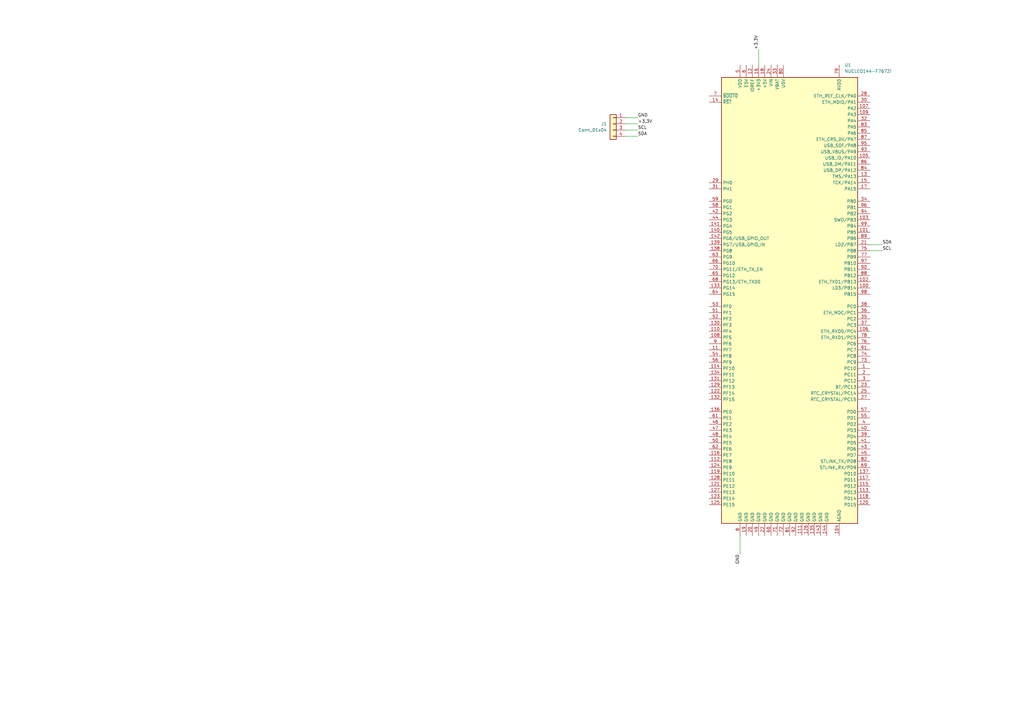
<source format=kicad_sch>
(kicad_sch (version 20231120) (generator "eeschema") (generator_version "8.0")
  (paper "A3")
  (lib_symbols
    (symbol "Connector_Generic:Conn_01x04" (pin_names (offset 1.016) hide)
      (property "Reference" "J" (at 0 5.08 0))
      (property "Value" "Conn_01x04" (at 0 -7.62 0))
      (symbol "Conn_01x04_1_1"
        (rectangle (start -1.27 -4.953) (end 0 -5.207) (stroke (width 0.1524)))
        (rectangle (start -1.27 -2.413) (end 0 -2.667) (stroke (width 0.1524)))
        (rectangle (start -1.27 0.127) (end 0 -0.127) (stroke (width 0.1524)))
        (rectangle (start -1.27 2.667) (end 0 2.413) (stroke (width 0.1524)))
        (rectangle (start -1.27 3.81) (end 1.27 -6.35) (stroke (width 0.254)) (fill (type background)))
        (pin passive line (at -5.08 2.54 0) (length 3.81) (name "Pin_1") (number "1"))
        (pin passive line (at -5.08 0 0) (length 3.81) (name "Pin_2") (number "2"))
        (pin passive line (at -5.08 -2.54 0) (length 3.81) (name "Pin_3") (number "3"))
        (pin passive line (at -5.08 -5.08 0) (length 3.81) (name "Pin_4") (number "4"))
      )
    )
    (symbol "MCU_Module:NUCLEO144-F767ZI"
      (property "Reference" "U" (at -22.86 94.615 0))
      (property "Value" "NUCLEO144-F767ZI" (at -22.86 92.71 0))
      (symbol "NUCLEO144-F767ZI_0_1"
        (rectangle (start -27.94 -91.44) (end 27.94 91.44) (stroke (width 0.254)) (fill (type background)))
      )
      (symbol "NUCLEO144-F767ZI_1_1"
        (pin bidirectional line (at 33.02 -27.94 180) (length 5.08) (name "PC10") (number "1"))
        (pin no_connect line (at -27.94 55.88 0) (length 5.08) hide (name "NC") (number "10"))
        (pin bidirectional line (at 33.02 5.08 180) (length 5.08) (name "LD3/PB14") (number "100"))
        (pin bidirectional line (at 33.02 27.94 180) (length 5.08) (name "PB5") (number "101"))
        (pin bidirectional line (at 33.02 7.62 180) (length 5.08) (name "ETH_TXD1/PB13") (number "102"))
        (pin bidirectional line (at 33.02 33.02 180) (length 5.08) (name "SWO/PB3") (number "103"))
        (pin power_in line (at 20.32 -96.52 90) (length 5.08) (name "AGND") (number "104"))
        (pin bidirectional line (at 33.02 58.42 180) (length 5.08) (name "USB_ID/PA10") (number "105"))
        (pin bidirectional line (at 33.02 -12.7 180) (length 5.08) (name "ETH_RXD0/PC4") (number "106"))
        (pin bidirectional line (at 33.02 78.74 180) (length 5.08) (name "PA2") (number "107"))
        (pin bidirectional line (at -33.02 -15.24 0) (length 5.08) (name "PF5") (number "108"))
        (pin bidirectional line (at 33.02 76.2 180) (length 5.08) (name "PA3") (number "109"))
        (pin bidirectional line (at -33.02 -20.32 0) (length 5.08) (name "PF7") (number "11"))
        (pin bidirectional line (at -33.02 -12.7 0) (length 5.08) (name "PF4") (number "110"))
        (pin power_in line (at 5.08 -96.52 90) (length 5.08) (name "GND") (number "111"))
        (pin bidirectional line (at -33.02 -66.04 0) (length 5.08) (name "PE8") (number "112"))
        (pin bidirectional line (at 33.02 -78.74 180) (length 5.08) (name "PD13") (number "113"))
        (pin bidirectional line (at -33.02 -27.94 0) (length 5.08) (name "PF10") (number "114"))
        (pin bidirectional line (at 33.02 -76.2 180) (length 5.08) (name "PD12") (number "115"))
        (pin bidirectional line (at -33.02 -63.5 0) (length 5.08) (name "PE7") (number "116"))
        (pin bidirectional line (at 33.02 -73.66 180) (length 5.08) (name "PD11") (number "117"))
        (pin bidirectional line (at 33.02 -81.28 180) (length 5.08) (name "PD14") (number "118"))
        (pin bidirectional line (at -33.02 -71.12 0) (length 5.08) (name "PE10") (number "119"))
        (pin power_in line (at -15.24 96.52 270) (length 5.08) (name "IOREF") (number "12"))
        (pin bidirectional line (at 33.02 -83.82 180) (length 5.08) (name "PD15") (number "120"))
        (pin bidirectional line (at -33.02 -76.2 0) (length 5.08) (name "PE12") (number "121"))
        (pin bidirectional line (at -33.02 -38.1 0) (length 5.08) (name "PF14") (number "122"))
        (pin bidirectional line (at -33.02 -81.28 0) (length 5.08) (name "PE14") (number "123"))
        (pin bidirectional line (at -33.02 -68.58 0) (length 5.08) (name "PE9") (number "124"))
        (pin bidirectional line (at -33.02 -83.82 0) (length 5.08) (name "PE15") (number "125"))
        (pin power_in line (at 7.62 -96.52 90) (length 5.08) (name "GND") (number "126"))
        (pin bidirectional line (at -33.02 -78.74 0) (length 5.08) (name "PE13") (number "127"))
        (pin bidirectional line (at -33.02 -73.66 0) (length 5.08) (name "PE11") (number "128"))
        (pin bidirectional line (at -33.02 -35.56 0) (length 5.08) (name "PF13") (number "129"))
        (pin bidirectional line (at 33.02 50.8 180) (length 5.08) (name "TMS/PA13") (number "13"))
        (pin bidirectional line (at -33.02 -10.16 0) (length 5.08) (name "PF3") (number "130"))
        (pin bidirectional line (at -33.02 -33.02 0) (length 5.08) (name "PF12") (number "131"))
        (pin bidirectional line (at -33.02 -40.64 0) (length 5.08) (name "PF15") (number "132"))
        (pin bidirectional line (at -33.02 5.08 0) (length 5.08) (name "PG14") (number "133"))
        (pin bidirectional line (at -33.02 -30.48 0) (length 5.08) (name "PF11") (number "134"))
        (pin power_in line (at 10.16 -96.52 90) (length 5.08) (name "GND") (number "135"))
        (pin bidirectional line (at -33.02 -45.72 0) (length 5.08) (name "PE0") (number "136"))
        (pin bidirectional line (at 33.02 -71.12 180) (length 5.08) (name "PD10") (number "137"))
        (pin bidirectional line (at -33.02 20.32 0) (length 5.08) (name "PG8") (number "138"))
        (pin bidirectional line (at -33.02 22.86 0) (length 5.08) (name "PG7/USB_GPIO_IN") (number "139"))
        (pin input line (at -33.02 81.28 0) (length 5.08) (name "~{RST}") (number "14"))
        (pin bidirectional line (at -33.02 27.94 0) (length 5.08) (name "PG5") (number "140"))
        (pin bidirectional line (at -33.02 30.48 0) (length 5.08) (name "PG4") (number "141"))
        (pin bidirectional line (at -33.02 25.4 0) (length 5.08) (name "PG6/USB_GPIO_OUT") (number "142"))
        (pin power_in line (at 12.7 -96.52 90) (length 5.08) (name "GND") (number "143"))
        (pin power_in line (at 15.24 -96.52 90) (length 5.08) (name "GND") (number "144"))
        (pin bidirectional line (at 33.02 48.26 180) (length 5.08) (name "TCK/PA14") (number "15"))
        (pin power_in line (at -12.7 96.52 270) (length 5.08) (name "+3V3") (number "16"))
        (pin bidirectional line (at 33.02 45.72 180) (length 5.08) (name "PA15") (number "17"))
        (pin power_in line (at -10.16 96.52 270) (length 5.08) (name "+5V") (number "18"))
        (pin power_in line (at -17.78 -96.52 90) (length 5.08) (name "GND") (number "19"))
        (pin bidirectional line (at 33.02 -30.48 180) (length 5.08) (name "PC11") (number "2"))
        (pin power_in line (at -15.24 -96.52 90) (length 5.08) (name "GND") (number "20"))
        (pin bidirectional line (at 33.02 22.86 180) (length 5.08) (name "LD2/PB7") (number "21"))
        (pin power_in line (at -10.16 -96.52 90) (length 5.08) (name "GND") (number "22"))
        (pin bidirectional line (at 33.02 -35.56 180) (length 5.08) (name "BT/PC13") (number "23"))
        (pin power_in line (at -7.62 96.52 270) (length 5.08) (name "VIN") (number "24"))
        (pin bidirectional line (at 33.02 -38.1 180) (length 5.08) (name "RTC_CRYSTAL/PC14") (number "25"))
        (pin no_connect line (at -27.94 58.42 0) (length 5.08) hide (name "NC") (number "26"))
        (pin bidirectional line (at 33.02 -40.64 180) (length 5.08) (name "RTC_CRYSTAL/PC15") (number "27"))
        (pin bidirectional line (at 33.02 83.82 180) (length 5.08) (name "ETH_REF_CLK/PA0") (number "28"))
        (pin bidirectional line (at -33.02 48.26 0) (length 5.08) (name "PH0") (number "29"))
        (pin bidirectional line (at 33.02 -33.02 180) (length 5.08) (name "PC12") (number "3"))
        (pin bidirectional line (at 33.02 81.28 180) (length 5.08) (name "ETH_MDIO/PA1") (number "30"))
        (pin bidirectional line (at -33.02 45.72 0) (length 5.08) (name "PH1") (number "31"))
        (pin bidirectional line (at 33.02 73.66 180) (length 5.08) (name "PA4") (number "32"))
        (pin power_in line (at -5.08 96.52 270) (length 5.08) (name "VBAT") (number "33"))
        (pin bidirectional line (at 33.02 40.64 180) (length 5.08) (name "PB0") (number "34"))
        (pin bidirectional line (at 33.02 -7.62 180) (length 5.08) (name "PC2") (number "35"))
        (pin bidirectional line (at 33.02 -5.08 180) (length 5.08) (name "ETH_MDC/PC1") (number "36"))
        (pin bidirectional line (at 33.02 -10.16 180) (length 5.08) (name "PC3") (number "37"))
        (pin bidirectional line (at 33.02 -2.54 180) (length 5.08) (name "PC0") (number "38"))
        (pin bidirectional line (at 33.02 -55.88 180) (length 5.08) (name "PD4") (number "39"))
        (pin bidirectional line (at 33.02 -50.8 180) (length 5.08) (name "PD2") (number "4"))
        (pin bidirectional line (at 33.02 -53.34 180) (length 5.08) (name "PD3") (number "40"))
        (pin bidirectional line (at 33.02 -58.42 180) (length 5.08) (name "PD5") (number "41"))
        (pin bidirectional line (at -33.02 35.56 0) (length 5.08) (name "PG2") (number "42"))
        (pin bidirectional line (at 33.02 -60.96 180) (length 5.08) (name "PD6") (number "43"))
        (pin bidirectional line (at -33.02 33.02 0) (length 5.08) (name "PG3") (number "44"))
        (pin bidirectional line (at 33.02 -63.5 180) (length 5.08) (name "PD7") (number "45"))
        (pin bidirectional line (at -33.02 -50.8 0) (length 5.08) (name "PE2") (number "46"))
        (pin bidirectional line (at -33.02 -53.34 0) (length 5.08) (name "PE3") (number "47"))
        (pin bidirectional line (at -33.02 -55.88 0) (length 5.08) (name "PE4") (number "48"))
        (pin power_in line (at -12.7 -96.52 90) (length 5.08) (name "GND") (number "49"))
        (pin power_in line (at -20.32 96.52 270) (length 5.08) (name "VDD") (number "5"))
        (pin bidirectional line (at -33.02 -58.42 0) (length 5.08) (name "PE5") (number "50"))
        (pin bidirectional line (at -33.02 -5.08 0) (length 5.08) (name "PF1") (number "51"))
        (pin bidirectional line (at -33.02 -7.62 0) (length 5.08) (name "PF2") (number "52"))
        (pin bidirectional line (at -33.02 -2.54 0) (length 5.08) (name "PF0") (number "53"))
        (pin bidirectional line (at -33.02 -22.86 0) (length 5.08) (name "PF8") (number "54"))
        (pin bidirectional line (at 33.02 -48.26 180) (length 5.08) (name "PD1") (number "55"))
        (pin bidirectional line (at -33.02 -25.4 0) (length 5.08) (name "PF9") (number "56"))
        (pin bidirectional line (at 33.02 -45.72 180) (length 5.08) (name "PD0") (number "57"))
        (pin bidirectional line (at -33.02 38.1 0) (length 5.08) (name "PG1") (number "58"))
        (pin bidirectional line (at -33.02 40.64 0) (length 5.08) (name "PG0") (number "59"))
        (pin power_in line (at -17.78 96.52 270) (length 5.08) (name "E5V") (number "6"))
        (pin power_in line (at -7.62 -96.52 90) (length 5.08) (name "GND") (number "60"))
        (pin bidirectional line (at -33.02 -48.26 0) (length 5.08) (name "PE1") (number "61"))
        (pin bidirectional line (at -33.02 -60.96 0) (length 5.08) (name "PE6") (number "62"))
        (pin bidirectional line (at -33.02 17.78 0) (length 5.08) (name "PG9") (number "63"))
        (pin bidirectional line (at -33.02 2.54 0) (length 5.08) (name "PG15") (number "64"))
        (pin bidirectional line (at -33.02 10.16 0) (length 5.08) (name "PG12") (number "65"))
        (pin bidirectional line (at -33.02 15.24 0) (length 5.08) (name "PG10") (number "66"))
        (pin no_connect line (at -27.94 53.34 0) (length 5.08) hide (name "NC") (number "67"))
        (pin bidirectional line (at -33.02 7.62 0) (length 5.08) (name "PG13/ETH_TXD0") (number "68"))
        (pin bidirectional line (at 33.02 -68.58 180) (length 5.08) (name "STLINK_RX/PD9") (number "69"))
        (pin input line (at -33.02 83.82 0) (length 5.08) (name "~{BOOT0}") (number "7"))
        (pin bidirectional line (at -33.02 12.7 0) (length 5.08) (name "PG11/ETH_TX_EN") (number "70"))
        (pin power_in line (at -5.08 -96.52 90) (length 5.08) (name "GND") (number "71"))
        (pin power_in line (at -2.54 -96.52 90) (length 5.08) (name "GND") (number "72"))
        (pin bidirectional line (at 33.02 -25.4 180) (length 5.08) (name "PC9") (number "73"))
        (pin bidirectional line (at 33.02 -22.86 180) (length 5.08) (name "PC8") (number "74"))
        (pin bidirectional line (at 33.02 20.32 180) (length 5.08) (name "PB8") (number "75"))
        (pin bidirectional line (at 33.02 -17.78 180) (length 5.08) (name "PC6") (number "76"))
        (pin bidirectional line (at 33.02 17.78 180) (length 5.08) (name "PB9") (number "77"))
        (pin bidirectional line (at 33.02 -15.24 180) (length 5.08) (name "ETH_RXD1/PC5") (number "78"))
        (pin power_in line (at 20.32 96.52 270) (length 5.08) (name "AVDD") (number "79"))
        (pin power_in line (at -20.32 -96.52 90) (length 5.08) (name "GND") (number "8"))
        (pin power_in line (at -2.54 96.52 270) (length 5.08) (name "U5V") (number "80"))
        (pin power_in line (at 0 -96.52 90) (length 5.08) (name "GND") (number "81"))
        (pin bidirectional line (at 33.02 -66.04 180) (length 5.08) (name "STLINK_TX/PD8") (number "82"))
        (pin bidirectional line (at 33.02 71.12 180) (length 5.08) (name "PA5") (number "83"))
        (pin bidirectional line (at 33.02 53.34 180) (length 5.08) (name "USB_DP/PA12") (number "84"))
        (pin bidirectional line (at 33.02 68.58 180) (length 5.08) (name "PA6") (number "85"))
        (pin bidirectional line (at 33.02 55.88 180) (length 5.08) (name "USB_DM/PA11") (number "86"))
        (pin bidirectional line (at 33.02 66.04 180) (length 5.08) (name "ETH_CRS_DV/PA7") (number "87"))
        (pin bidirectional line (at 33.02 10.16 180) (length 5.08) (name "PB12") (number "88"))
        (pin bidirectional line (at 33.02 25.4 180) (length 5.08) (name "PB6") (number "89"))
        (pin bidirectional line (at -33.02 -17.78 0) (length 5.08) (name "PF6") (number "9"))
        (pin bidirectional line (at 33.02 12.7 180) (length 5.08) (name "PB11") (number "90"))
        (pin bidirectional line (at 33.02 -20.32 180) (length 5.08) (name "PC7") (number "91"))
        (pin power_in line (at 2.54 -96.52 90) (length 5.08) (name "GND") (number "92"))
        (pin bidirectional line (at 33.02 60.96 180) (length 5.08) (name "USB_VBUS/PA9") (number "93"))
        (pin bidirectional line (at 33.02 35.56 180) (length 5.08) (name "PB2") (number "94"))
        (pin bidirectional line (at 33.02 63.5 180) (length 5.08) (name "USB_SOF/PA8") (number "95"))
        (pin bidirectional line (at 33.02 38.1 180) (length 5.08) (name "PB1") (number "96"))
        (pin bidirectional line (at 33.02 15.24 180) (length 5.08) (name "PB10") (number "97"))
        (pin bidirectional line (at 33.02 2.54 180) (length 5.08) (name "PB15") (number "98"))
        (pin bidirectional line (at 33.02 30.48 180) (length 5.08) (name "PB4") (number "99"))
      )
    )
  )
  (wire (pts (xy 256.54 55.88) (xy 261.62 55.88)))
  (wire (pts (xy 256.54 53.34) (xy 261.62 53.34)))
  (wire (pts (xy 256.54 48.26) (xy 261.62 48.26)))
  (wire (pts (xy 356.87 100.33) (xy 361.95 100.33)))
  (wire (pts (xy 356.87 102.87) (xy 361.95 102.87)))
  (wire (pts (xy 303.53 219.71) (xy 303.53 227.33)))
  (wire (pts (xy 256.54 50.8) (xy 261.62 50.8)))
  (wire (pts (xy 311.15 20.32) (xy 311.15 26.67)))
  (label "SCL" (at 261.62 53.34 0))
  (label "GND" (at 261.62 48.26 0))
  (label "SDA" (at 261.62 55.88 0))
  (label "SCL" (at 361.95 102.87 0))
  (label "+3.3V" (at 261.62 50.8 0))
  (label "SDA" (at 361.95 100.33 0))
  (label "GND" (at 303.53 227.33 270))
  (label "+3.3V" (at 311.15 20.32 90))
  (symbol (lib_id "Connector_Generic:Conn_01x04") (at 251.46 50.8 0) (mirror y) (unit 1)
    (property "Reference" "J1" (at 248.92 50.7999 0) (effects (justify left)))
    (property "Value" "Conn_01x04" (at 248.92 53.3399 0) (effects (justify left)))
    (property "Description" "Generic connector, single row, 01x04, script generated (kicad-library-utils/schlib/autogen/connector/)" (effects (hide yes)))
  )
  (symbol (lib_id "MCU_Module:NUCLEO144-F767ZI") (at 323.85 123.19 0) (unit 1)
    (property "Reference" "U1" (at 346.3641 26.67 0) (effects (justify left)))
    (property "Value" "NUCLEO144-F767ZI" (at 346.3641 29.21 0) (effects (justify left)))
    (property "Footprint" "Module:ST_Morpho_Connector_144_STLink" (effects (hide yes)))
    (property "Datasheet" "https://www.st.com/resource/en/user_manual/dm00244518-stm32-nucleo144-boards-stmicroelectronics.pdf" (effects (hide yes)))
    (property "Description" "Nucleo 144 Development Board with STM32F767ZIT6 MCU, 512kB RAM, 2Mb FLASH" (effects (hide yes)))
  )
)
</source>
